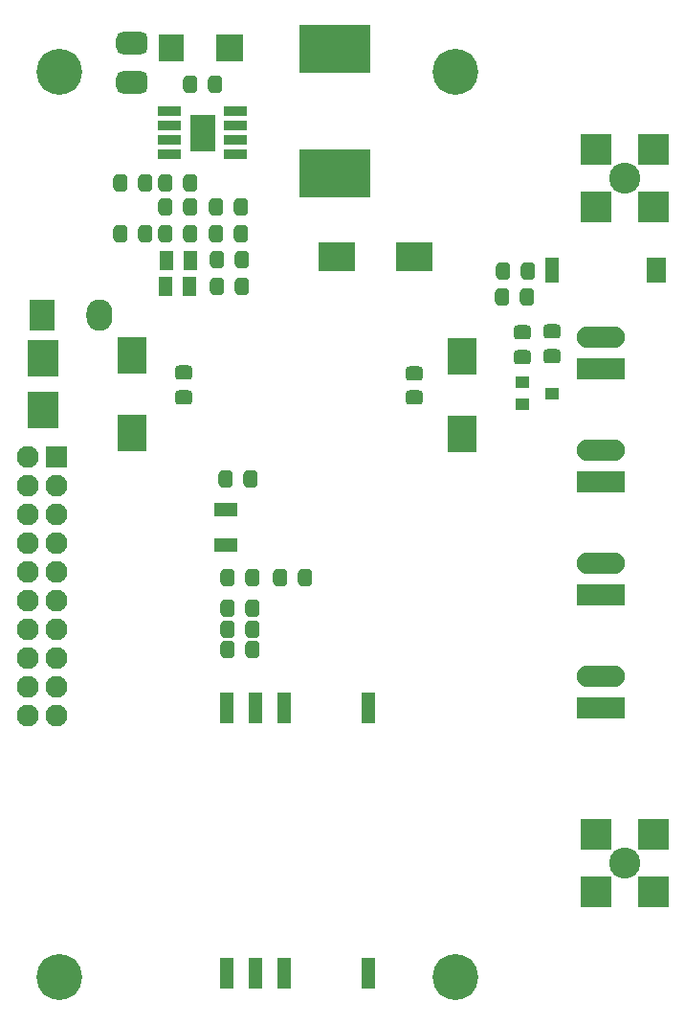
<source format=gts>
G04*
G04 #@! TF.GenerationSoftware,Altium Limited,Altium Designer,20.1.11 (218)*
G04*
G04 Layer_Color=8388736*
%FSTAX24Y24*%
%MOIN*%
G70*
G04*
G04 #@! TF.SameCoordinates,265BAA9A-0927-4A7B-A448-E96A6529A9FE*
G04*
G04*
G04 #@! TF.FilePolarity,Negative*
G04*
G01*
G75*
%ADD43R,0.0500X0.0400*%
%ADD44R,0.1045X0.1281*%
%ADD45R,0.0494X0.1100*%
G04:AMPARAMS|DCode=46|XSize=77mil|YSize=110mil|CornerRadius=21.7mil|HoleSize=0mil|Usage=FLASHONLY|Rotation=90.000|XOffset=0mil|YOffset=0mil|HoleType=Round|Shape=RoundedRectangle|*
%AMROUNDEDRECTD46*
21,1,0.0770,0.0665,0,0,90.0*
21,1,0.0335,0.1100,0,0,90.0*
1,1,0.0435,0.0333,0.0168*
1,1,0.0435,0.0333,-0.0168*
1,1,0.0435,-0.0333,-0.0168*
1,1,0.0435,-0.0333,0.0168*
%
%ADD46ROUNDEDRECTD46*%
G04:AMPARAMS|DCode=47|XSize=50mil|YSize=62mil|CornerRadius=15mil|HoleSize=0mil|Usage=FLASHONLY|Rotation=0.000|XOffset=0mil|YOffset=0mil|HoleType=Round|Shape=RoundedRectangle|*
%AMROUNDEDRECTD47*
21,1,0.0500,0.0320,0,0,0.0*
21,1,0.0200,0.0620,0,0,0.0*
1,1,0.0300,0.0100,-0.0160*
1,1,0.0300,-0.0100,-0.0160*
1,1,0.0300,-0.0100,0.0160*
1,1,0.0300,0.0100,0.0160*
%
%ADD47ROUNDEDRECTD47*%
%ADD48R,0.1281X0.1045*%
G04:AMPARAMS|DCode=49|XSize=50mil|YSize=62mil|CornerRadius=15mil|HoleSize=0mil|Usage=FLASHONLY|Rotation=90.000|XOffset=0mil|YOffset=0mil|HoleType=Round|Shape=RoundedRectangle|*
%AMROUNDEDRECTD49*
21,1,0.0500,0.0320,0,0,90.0*
21,1,0.0200,0.0620,0,0,90.0*
1,1,0.0300,0.0160,0.0100*
1,1,0.0300,0.0160,-0.0100*
1,1,0.0300,-0.0160,-0.0100*
1,1,0.0300,-0.0160,0.0100*
%
%ADD49ROUNDEDRECTD49*%
%ADD50R,0.1084X0.1281*%
%ADD51R,0.0887X0.0966*%
%ADD52R,0.0966X0.0966*%
%ADD53R,0.0800X0.0360*%
%ADD54R,0.0900X0.1300*%
%ADD55R,0.0218X0.0494*%
%ADD56R,0.0494X0.0650*%
%ADD57R,0.0691X0.0887*%
%ADD58R,0.0494X0.0887*%
%ADD59R,0.2462X0.1675*%
%ADD60R,0.1084X0.1084*%
%ADD61C,0.1084*%
%ADD62R,0.0769X0.0769*%
%ADD63C,0.0769*%
%ADD64O,0.0900X0.1100*%
%ADD65R,0.0900X0.1100*%
%ADD66C,0.0370*%
%ADD67O,0.1675X0.0750*%
%ADD68R,0.1675X0.0750*%
%ADD69C,0.1596*%
D43*
X112382Y100722D02*
D03*
X111342Y101094D02*
D03*
Y100336D02*
D03*
D44*
X097748Y099324D02*
D03*
Y102024D02*
D03*
X109244Y099295D02*
D03*
Y101995D02*
D03*
D45*
X105995Y080529D02*
D03*
X103035D02*
D03*
X102035D02*
D03*
X101035D02*
D03*
X105995Y089757D02*
D03*
X103035D02*
D03*
X102035D02*
D03*
X101035D02*
D03*
D46*
X097738Y11155D02*
D03*
Y11291D02*
D03*
D47*
X100641Y111463D02*
D03*
X099775D02*
D03*
X098211Y106271D02*
D03*
X097344D02*
D03*
X101026Y097732D02*
D03*
X101892D02*
D03*
X101941Y094306D02*
D03*
X101075D02*
D03*
X100691Y10721D02*
D03*
X101557D02*
D03*
X10072Y105359D02*
D03*
X101587D02*
D03*
X101065Y091806D02*
D03*
X101931D02*
D03*
X101075Y092515D02*
D03*
X101941D02*
D03*
X101065Y093243D02*
D03*
X101931D02*
D03*
X098211Y108048D02*
D03*
X097344D02*
D03*
X100691Y106271D02*
D03*
X101557D02*
D03*
X098919Y10719D02*
D03*
X099785D02*
D03*
Y108048D02*
D03*
X098919D02*
D03*
Y106271D02*
D03*
X099785D02*
D03*
X110691Y104966D02*
D03*
X111557D02*
D03*
X102925Y094296D02*
D03*
X103791D02*
D03*
X110642Y10407D02*
D03*
X111508D02*
D03*
X100711Y104454D02*
D03*
X101577D02*
D03*
D48*
X107592Y105458D02*
D03*
X104892D02*
D03*
D49*
X099549Y101432D02*
D03*
Y100566D02*
D03*
X107581Y100556D02*
D03*
Y101422D02*
D03*
X112364Y101993D02*
D03*
Y102859D02*
D03*
X111341Y101974D02*
D03*
Y10284D02*
D03*
D50*
X09465Y10015D02*
D03*
Y10195D02*
D03*
D51*
X099116Y112752D02*
D03*
D52*
X101163D02*
D03*
D53*
X101358Y109026D02*
D03*
Y109526D02*
D03*
Y110026D02*
D03*
Y110526D02*
D03*
X099058Y109026D02*
D03*
Y109526D02*
D03*
Y110026D02*
D03*
Y110526D02*
D03*
D54*
X100208Y109776D02*
D03*
D55*
X100907Y095448D02*
D03*
X100711D02*
D03*
X101104D02*
D03*
X101301D02*
D03*
Y096669D02*
D03*
X101104D02*
D03*
X100907D02*
D03*
X100711D02*
D03*
D56*
X099776Y10535D02*
D03*
X098949D02*
D03*
X099756Y104454D02*
D03*
X098929D02*
D03*
D57*
X116006Y104995D02*
D03*
D58*
X112364D02*
D03*
D59*
X104825Y112712D02*
D03*
Y108381D02*
D03*
D60*
X113904Y10721D02*
D03*
X115904D02*
D03*
Y10921D02*
D03*
X113904D02*
D03*
Y083356D02*
D03*
X115904D02*
D03*
Y085356D02*
D03*
X113904D02*
D03*
D61*
X114904Y10821D02*
D03*
Y084356D02*
D03*
D62*
X0951Y0985D02*
D03*
D63*
Y0975D02*
D03*
Y0965D02*
D03*
Y0955D02*
D03*
X0951Y0945D02*
D03*
X0941Y0945D02*
D03*
X0951Y0935D02*
D03*
X0941D02*
D03*
X0951Y0925D02*
D03*
X0941D02*
D03*
X0951Y0915D02*
D03*
X0941D02*
D03*
X0951Y0905D02*
D03*
X0941D02*
D03*
X0951Y0895D02*
D03*
X0941D02*
D03*
Y0985D02*
D03*
Y0975D02*
D03*
Y0965D02*
D03*
Y0955D02*
D03*
D64*
X0966Y10345D02*
D03*
D65*
X0946D02*
D03*
D66*
X100208Y109776D02*
D03*
X100438Y110206D02*
D03*
X099978D02*
D03*
Y109346D02*
D03*
X100438D02*
D03*
D67*
X114066Y094798D02*
D03*
Y098735D02*
D03*
Y102672D02*
D03*
Y090861D02*
D03*
D68*
Y093698D02*
D03*
Y097635D02*
D03*
Y101572D02*
D03*
Y089761D02*
D03*
D69*
X095218Y080419D02*
D03*
X108998D02*
D03*
Y111915D02*
D03*
X095218D02*
D03*
M02*

</source>
